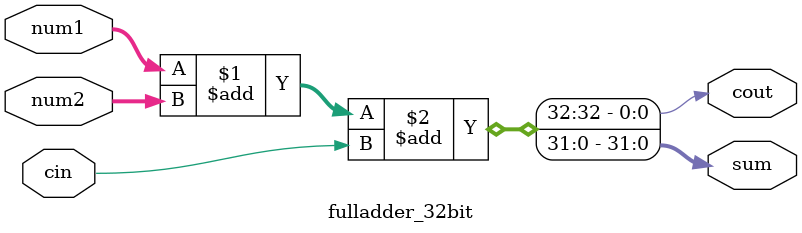
<source format=v>
module fulladder_32bit( output[31:0] sum, output cout, input [31:0] num1, input [31:0] num2, input cin );

    assign {cout,sum} = num1+num2+cin;

endmodule
</source>
